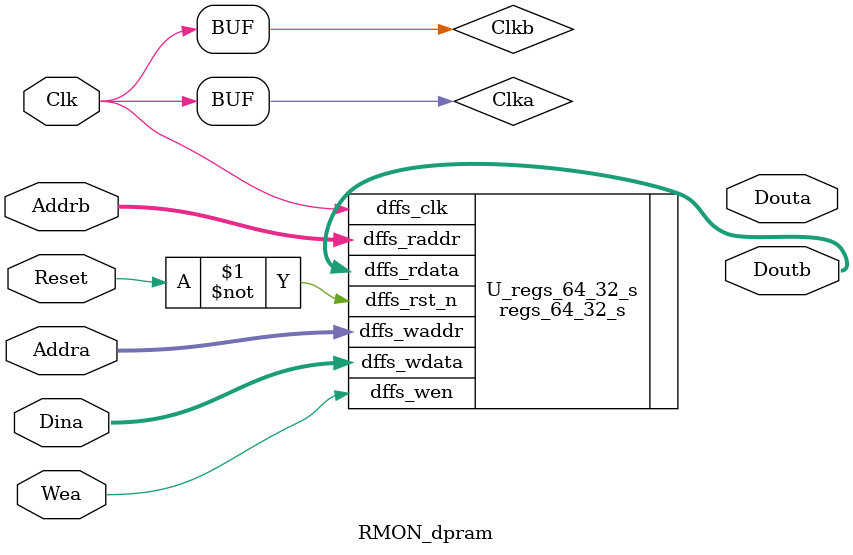
<source format=v>
module RMON_dpram(
Reset   ,         
Clk     ,         
//port-a for Rmon 
Addra,            
Dina,            
Douta,           
Wea,             
//port-b for CPU  
Addrb,            
Doutb   
);

input           Reset   ;
input           Clk     ; 
                //port-a for Rmon  
input   [5:0]   Addra;
input   [31:0]  Dina;
output  [31:0]  Douta;
input           Wea;
                //port-b for CPU
input   [5:0]   Addrb;
output  [31:0]  Doutb;
//******************************************************************************
//internal signals                                                              
//******************************************************************************

wire            Clka;
wire            Clkb;
assign          Clka=Clk;
assign  /*#2*/  Clkb=Clk;
//******************************************************************************
/*
duram #(32,6,"M4K") U_duram(    
.data_a         (Dina           ),  
.data_b         (32'b0          ),  
.wren_a         (Wea            ),  
.wren_b         (1'b0           ),  
.address_a      (Addra          ),  
.address_b      (Addrb          ),  
.clock_a        (Clka           ),  
.clock_b        (Clkb           ),  
.q_a            (Douta          ),  
.q_b            (Doutb          )); 
*/

 regs_64_32_s  U_regs_64_32_s     (
	.dffs_wdata       (Dina)            ,
	.dffs_rst_n (~Reset),
	.dffs_raddr   (Addrb)           ,
	.dffs_clk     (Clka)     ,
	.dffs_waddr   (Addra) ,
	.dffs_wen  (Wea),
	.dffs_rdata   (Doutb)
	);	 
	
endmodule
</source>
